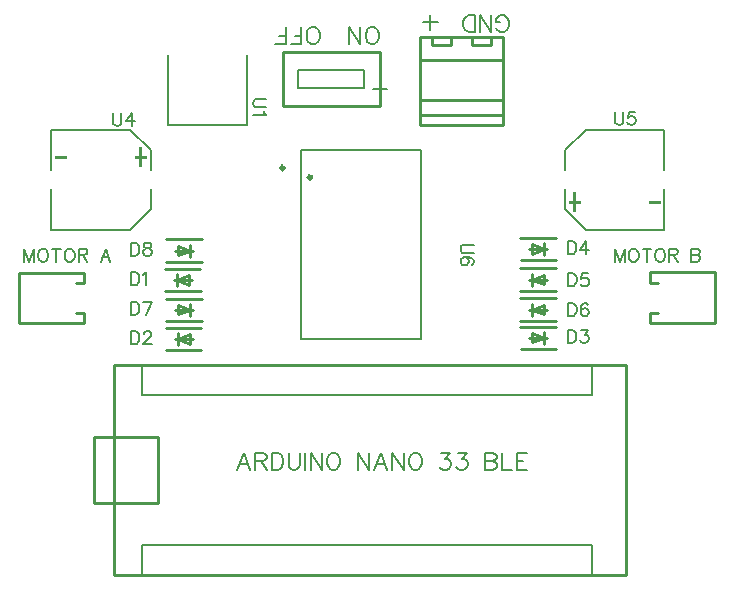
<source format=gto>
G04 Layer: TopSilkscreenLayer*
G04 EasyEDA v6.5.23, 2023-05-07 17:20:53*
G04 06317d6caa1047b3ac86ced241ba49f9,e617cb807303496c873bc539bd577a54,10*
G04 Gerber Generator version 0.2*
G04 Scale: 100 percent, Rotated: No, Reflected: No *
G04 Dimensions in millimeters *
G04 leading zeros omitted , absolute positions ,4 integer and 5 decimal *
%FSLAX45Y45*%
%MOMM*%

%ADD10C,0.2032*%
%ADD11C,0.1524*%
%ADD12C,0.2540*%
%ADD13C,0.2030*%
%ADD14C,0.3000*%
%ADD15C,0.0163*%

%LPD*%
D10*
X3111258Y4380776D02*
G01*
X3111258Y4258094D01*
X3050044Y4319562D02*
G01*
X3172726Y4319562D01*
X4097629Y4832642D02*
G01*
X4104487Y4819180D01*
X4118203Y4805464D01*
X4131919Y4798606D01*
X4159097Y4798606D01*
X4172813Y4805464D01*
X4186275Y4819180D01*
X4193133Y4832642D01*
X4199991Y4853216D01*
X4199991Y4887252D01*
X4193133Y4907826D01*
X4186275Y4921288D01*
X4172813Y4935004D01*
X4159097Y4941862D01*
X4131919Y4941862D01*
X4118203Y4935004D01*
X4104487Y4921288D01*
X4097629Y4907826D01*
X4097629Y4887252D01*
X4131919Y4887252D02*
G01*
X4097629Y4887252D01*
X4052671Y4798606D02*
G01*
X4052671Y4941862D01*
X4052671Y4798606D02*
G01*
X3957167Y4941862D01*
X3957167Y4798606D02*
G01*
X3957167Y4941862D01*
X3912209Y4798606D02*
G01*
X3912209Y4941862D01*
X3912209Y4798606D02*
G01*
X3864457Y4798606D01*
X3844137Y4805464D01*
X3830421Y4819180D01*
X3823563Y4832642D01*
X3816705Y4853216D01*
X3816705Y4887252D01*
X3823563Y4907826D01*
X3830421Y4921288D01*
X3844137Y4935004D01*
X3864457Y4941862D01*
X3912209Y4941862D01*
X1957405Y1236080D02*
G01*
X1902795Y1092824D01*
X1957405Y1236080D02*
G01*
X2011761Y1092824D01*
X1923369Y1140576D02*
G01*
X1991441Y1140576D01*
X2056973Y1236080D02*
G01*
X2056973Y1092824D01*
X2056973Y1236080D02*
G01*
X2118187Y1236080D01*
X2138761Y1229222D01*
X2145619Y1222364D01*
X2152223Y1208902D01*
X2152223Y1195186D01*
X2145619Y1181470D01*
X2138761Y1174612D01*
X2118187Y1167754D01*
X2056973Y1167754D01*
X2104725Y1167754D02*
G01*
X2152223Y1092824D01*
X2197435Y1236080D02*
G01*
X2197435Y1092824D01*
X2197435Y1236080D02*
G01*
X2245187Y1236080D01*
X2265507Y1229222D01*
X2279223Y1215506D01*
X2286081Y1202044D01*
X2292685Y1181470D01*
X2292685Y1147434D01*
X2286081Y1126860D01*
X2279223Y1113398D01*
X2265507Y1099682D01*
X2245187Y1092824D01*
X2197435Y1092824D01*
X2337897Y1236080D02*
G01*
X2337897Y1133718D01*
X2344501Y1113398D01*
X2358217Y1099682D01*
X2378791Y1092824D01*
X2392253Y1092824D01*
X2412827Y1099682D01*
X2426543Y1113398D01*
X2433147Y1133718D01*
X2433147Y1236080D01*
X2478359Y1236080D02*
G01*
X2478359Y1092824D01*
X2523317Y1236080D02*
G01*
X2523317Y1092824D01*
X2523317Y1236080D02*
G01*
X2618821Y1092824D01*
X2618821Y1236080D02*
G01*
X2618821Y1092824D01*
X2704673Y1236080D02*
G01*
X2690957Y1229222D01*
X2677241Y1215506D01*
X2670637Y1202044D01*
X2663779Y1181470D01*
X2663779Y1147434D01*
X2670637Y1126860D01*
X2677241Y1113398D01*
X2690957Y1099682D01*
X2704673Y1092824D01*
X2731851Y1092824D01*
X2745567Y1099682D01*
X2759029Y1113398D01*
X2765887Y1126860D01*
X2772745Y1147434D01*
X2772745Y1181470D01*
X2765887Y1202044D01*
X2759029Y1215506D01*
X2745567Y1229222D01*
X2731851Y1236080D01*
X2704673Y1236080D01*
X2922859Y1236080D02*
G01*
X2922859Y1092824D01*
X2922859Y1236080D02*
G01*
X3018363Y1092824D01*
X3018363Y1236080D02*
G01*
X3018363Y1092824D01*
X3117677Y1236080D02*
G01*
X3063321Y1092824D01*
X3117677Y1236080D02*
G01*
X3172287Y1092824D01*
X3083641Y1140576D02*
G01*
X3151967Y1140576D01*
X3217245Y1236080D02*
G01*
X3217245Y1092824D01*
X3217245Y1236080D02*
G01*
X3312749Y1092824D01*
X3312749Y1236080D02*
G01*
X3312749Y1092824D01*
X3398601Y1236080D02*
G01*
X3385139Y1229222D01*
X3371423Y1215506D01*
X3364565Y1202044D01*
X3357707Y1181470D01*
X3357707Y1147434D01*
X3364565Y1126860D01*
X3371423Y1113398D01*
X3385139Y1099682D01*
X3398601Y1092824D01*
X3426033Y1092824D01*
X3439495Y1099682D01*
X3453211Y1113398D01*
X3460069Y1126860D01*
X3466927Y1147434D01*
X3466927Y1181470D01*
X3460069Y1202044D01*
X3453211Y1215506D01*
X3439495Y1229222D01*
X3426033Y1236080D01*
X3398601Y1236080D01*
X3630503Y1236080D02*
G01*
X3705433Y1236080D01*
X3664539Y1181470D01*
X3685113Y1181470D01*
X3698575Y1174612D01*
X3705433Y1167754D01*
X3712291Y1147434D01*
X3712291Y1133718D01*
X3705433Y1113398D01*
X3691971Y1099682D01*
X3671397Y1092824D01*
X3651077Y1092824D01*
X3630503Y1099682D01*
X3623645Y1106540D01*
X3616787Y1120256D01*
X3770965Y1236080D02*
G01*
X3845895Y1236080D01*
X3805001Y1181470D01*
X3825575Y1181470D01*
X3839037Y1174612D01*
X3845895Y1167754D01*
X3852753Y1147434D01*
X3852753Y1133718D01*
X3845895Y1113398D01*
X3832433Y1099682D01*
X3811859Y1092824D01*
X3791539Y1092824D01*
X3770965Y1099682D01*
X3764107Y1106540D01*
X3757249Y1120256D01*
X4002867Y1236080D02*
G01*
X4002867Y1092824D01*
X4002867Y1236080D02*
G01*
X4064081Y1236080D01*
X4084655Y1229222D01*
X4091513Y1222364D01*
X4098117Y1208902D01*
X4098117Y1195186D01*
X4091513Y1181470D01*
X4084655Y1174612D01*
X4064081Y1167754D01*
X4002867Y1167754D02*
G01*
X4064081Y1167754D01*
X4084655Y1161150D01*
X4091513Y1154292D01*
X4098117Y1140576D01*
X4098117Y1120256D01*
X4091513Y1106540D01*
X4084655Y1099682D01*
X4064081Y1092824D01*
X4002867Y1092824D01*
X4143329Y1236080D02*
G01*
X4143329Y1092824D01*
X4143329Y1092824D02*
G01*
X4225117Y1092824D01*
X4270075Y1236080D02*
G01*
X4270075Y1092824D01*
X4270075Y1236080D02*
G01*
X4358721Y1236080D01*
X4270075Y1167754D02*
G01*
X4324685Y1167754D01*
X4270075Y1092824D02*
G01*
X4358721Y1092824D01*
X2559151Y4698517D02*
G01*
X2572613Y4705375D01*
X2586329Y4719091D01*
X2593187Y4732807D01*
X2600045Y4753127D01*
X2600045Y4787163D01*
X2593187Y4807737D01*
X2586329Y4821453D01*
X2572613Y4834915D01*
X2559151Y4841773D01*
X2531719Y4841773D01*
X2518257Y4834915D01*
X2504541Y4821453D01*
X2497683Y4807737D01*
X2490825Y4787163D01*
X2490825Y4753127D01*
X2497683Y4732807D01*
X2504541Y4719091D01*
X2518257Y4705375D01*
X2531719Y4698517D01*
X2559151Y4698517D01*
X2445867Y4698517D02*
G01*
X2445867Y4841773D01*
X2445867Y4698517D02*
G01*
X2357221Y4698517D01*
X2445867Y4766843D02*
G01*
X2391257Y4766843D01*
X2312263Y4698517D02*
G01*
X2312263Y4841773D01*
X2312263Y4698517D02*
G01*
X2223617Y4698517D01*
X2312263Y4766843D02*
G01*
X2257653Y4766843D01*
X3059150Y4698745D02*
G01*
X3072612Y4705350D01*
X3086328Y4719065D01*
X3093186Y4732781D01*
X3100044Y4753102D01*
X3100044Y4787137D01*
X3093186Y4807712D01*
X3086328Y4821428D01*
X3072612Y4834889D01*
X3059150Y4841747D01*
X3031718Y4841747D01*
X3018256Y4834889D01*
X3004540Y4821428D01*
X2997682Y4807712D01*
X2990824Y4787137D01*
X2990824Y4753102D01*
X2997682Y4732781D01*
X3004540Y4719065D01*
X3018256Y4705350D01*
X3031718Y4698745D01*
X3059150Y4698745D01*
X2945866Y4698745D02*
G01*
X2945866Y4841747D01*
X2945866Y4698745D02*
G01*
X2850362Y4841747D01*
X2850362Y4698745D02*
G01*
X2850362Y4841747D01*
X3538727Y4819065D02*
G01*
X3538727Y4941747D01*
X3599941Y4880533D02*
G01*
X3477259Y4880533D01*
D11*
X2146312Y4233900D02*
G01*
X2068334Y4233900D01*
X2052840Y4228820D01*
X2042426Y4218406D01*
X2037346Y4202658D01*
X2037346Y4192244D01*
X2042426Y4176750D01*
X2052840Y4166336D01*
X2068334Y4161256D01*
X2146312Y4161256D01*
X2125484Y4126966D02*
G01*
X2130818Y4116552D01*
X2146312Y4100804D01*
X2037346Y4100804D01*
X849998Y4115307D02*
G01*
X849998Y4037329D01*
X855078Y4021836D01*
X865492Y4011421D01*
X881240Y4006342D01*
X891654Y4006342D01*
X907148Y4011421D01*
X917562Y4021836D01*
X922642Y4037329D01*
X922642Y4115307D01*
X1009002Y4115307D02*
G01*
X956932Y4042663D01*
X1034910Y4042663D01*
X1009002Y4115307D02*
G01*
X1009002Y4006342D01*
X5099989Y4122508D02*
G01*
X5099989Y4044530D01*
X5105069Y4029036D01*
X5115483Y4018622D01*
X5131231Y4013542D01*
X5141645Y4013542D01*
X5157139Y4018622D01*
X5167553Y4029036D01*
X5172633Y4044530D01*
X5172633Y4122508D01*
X5269407Y4122508D02*
G01*
X5217337Y4122508D01*
X5212257Y4075772D01*
X5217337Y4080852D01*
X5233085Y4086186D01*
X5248579Y4086186D01*
X5264073Y4080852D01*
X5274487Y4070692D01*
X5279821Y4054944D01*
X5279821Y4044530D01*
X5274487Y4029036D01*
X5264073Y4018622D01*
X5248579Y4013542D01*
X5233085Y4013542D01*
X5217337Y4018622D01*
X5212257Y4023702D01*
X5206923Y4034116D01*
X3903510Y2999994D02*
G01*
X3825532Y2999994D01*
X3810038Y2994913D01*
X3799624Y2984500D01*
X3794544Y2968752D01*
X3794544Y2958337D01*
X3799624Y2942844D01*
X3810038Y2932429D01*
X3825532Y2927350D01*
X3903510Y2927350D01*
X3888016Y2830576D02*
G01*
X3898430Y2835910D01*
X3903510Y2851404D01*
X3903510Y2861818D01*
X3898430Y2877312D01*
X3882682Y2887726D01*
X3856774Y2893060D01*
X3830866Y2893060D01*
X3810038Y2887726D01*
X3799624Y2877312D01*
X3794544Y2861818D01*
X3794544Y2856484D01*
X3799624Y2840989D01*
X3810038Y2830576D01*
X3825532Y2825495D01*
X3830866Y2825495D01*
X3846360Y2830576D01*
X3856774Y2840989D01*
X3861854Y2856484D01*
X3861854Y2861818D01*
X3856774Y2877312D01*
X3846360Y2887726D01*
X3830866Y2893060D01*
X99989Y2965546D02*
G01*
X99989Y2856326D01*
X99989Y2965546D02*
G01*
X141645Y2856326D01*
X183301Y2965546D02*
G01*
X141645Y2856326D01*
X183301Y2965546D02*
G01*
X183301Y2856326D01*
X248579Y2965546D02*
G01*
X238419Y2960212D01*
X228005Y2949798D01*
X222671Y2939384D01*
X217591Y2923890D01*
X217591Y2897982D01*
X222671Y2882234D01*
X228005Y2871820D01*
X238419Y2861660D01*
X248579Y2856326D01*
X269407Y2856326D01*
X279821Y2861660D01*
X290235Y2871820D01*
X295569Y2882234D01*
X300649Y2897982D01*
X300649Y2923890D01*
X295569Y2939384D01*
X290235Y2949798D01*
X279821Y2960212D01*
X269407Y2965546D01*
X248579Y2965546D01*
X371261Y2965546D02*
G01*
X371261Y2856326D01*
X334939Y2965546D02*
G01*
X407583Y2965546D01*
X473115Y2965546D02*
G01*
X462701Y2960212D01*
X452287Y2949798D01*
X447207Y2939384D01*
X441873Y2923890D01*
X441873Y2897982D01*
X447207Y2882234D01*
X452287Y2871820D01*
X462701Y2861660D01*
X473115Y2856326D01*
X493943Y2856326D01*
X504357Y2861660D01*
X514771Y2871820D01*
X519851Y2882234D01*
X525185Y2897982D01*
X525185Y2923890D01*
X519851Y2939384D01*
X514771Y2949798D01*
X504357Y2960212D01*
X493943Y2965546D01*
X473115Y2965546D01*
X559475Y2965546D02*
G01*
X559475Y2856326D01*
X559475Y2965546D02*
G01*
X606211Y2965546D01*
X621705Y2960212D01*
X627039Y2955132D01*
X632119Y2944718D01*
X632119Y2934304D01*
X627039Y2923890D01*
X621705Y2918810D01*
X606211Y2913476D01*
X559475Y2913476D01*
X595797Y2913476D02*
G01*
X632119Y2856326D01*
X788075Y2965546D02*
G01*
X746419Y2856326D01*
X788075Y2965546D02*
G01*
X829477Y2856326D01*
X761913Y2892648D02*
G01*
X813983Y2892648D01*
X5099977Y2965577D02*
G01*
X5099977Y2856356D01*
X5099977Y2965577D02*
G01*
X5141633Y2856356D01*
X5183289Y2965577D02*
G01*
X5141633Y2856356D01*
X5183289Y2965577D02*
G01*
X5183289Y2856356D01*
X5248567Y2965577D02*
G01*
X5238153Y2960243D01*
X5227993Y2949829D01*
X5222659Y2939414D01*
X5217579Y2923920D01*
X5217579Y2898012D01*
X5222659Y2882264D01*
X5227993Y2871851D01*
X5238153Y2861437D01*
X5248567Y2856356D01*
X5269395Y2856356D01*
X5279809Y2861437D01*
X5290223Y2871851D01*
X5295303Y2882264D01*
X5300637Y2898012D01*
X5300637Y2923920D01*
X5295303Y2939414D01*
X5290223Y2949829D01*
X5279809Y2960243D01*
X5269395Y2965577D01*
X5248567Y2965577D01*
X5371249Y2965577D02*
G01*
X5371249Y2856356D01*
X5334927Y2965577D02*
G01*
X5407571Y2965577D01*
X5473103Y2965577D02*
G01*
X5462689Y2960243D01*
X5452275Y2949829D01*
X5447195Y2939414D01*
X5441861Y2923920D01*
X5441861Y2898012D01*
X5447195Y2882264D01*
X5452275Y2871851D01*
X5462689Y2861437D01*
X5473103Y2856356D01*
X5493931Y2856356D01*
X5504345Y2861437D01*
X5514759Y2871851D01*
X5519839Y2882264D01*
X5525173Y2898012D01*
X5525173Y2923920D01*
X5519839Y2939414D01*
X5514759Y2949829D01*
X5504345Y2960243D01*
X5493931Y2965577D01*
X5473103Y2965577D01*
X5559463Y2965577D02*
G01*
X5559463Y2856356D01*
X5559463Y2965577D02*
G01*
X5606199Y2965577D01*
X5621693Y2960243D01*
X5626773Y2955162D01*
X5632107Y2944748D01*
X5632107Y2934335D01*
X5626773Y2923920D01*
X5621693Y2918587D01*
X5606199Y2913506D01*
X5559463Y2913506D01*
X5595785Y2913506D02*
G01*
X5632107Y2856356D01*
X5746407Y2965577D02*
G01*
X5746407Y2856356D01*
X5746407Y2965577D02*
G01*
X5793143Y2965577D01*
X5808637Y2960243D01*
X5813971Y2955162D01*
X5819051Y2944748D01*
X5819051Y2934335D01*
X5813971Y2923920D01*
X5808637Y2918587D01*
X5793143Y2913506D01*
X5746407Y2913506D02*
G01*
X5793143Y2913506D01*
X5808637Y2908427D01*
X5813971Y2903093D01*
X5819051Y2892679D01*
X5819051Y2877185D01*
X5813971Y2866770D01*
X5808637Y2861437D01*
X5793143Y2856356D01*
X5746407Y2856356D01*
X999997Y2765305D02*
G01*
X999997Y2656339D01*
X999997Y2765305D02*
G01*
X1036320Y2765305D01*
X1052068Y2760225D01*
X1062228Y2749811D01*
X1067562Y2739397D01*
X1072642Y2723649D01*
X1072642Y2697741D01*
X1067562Y2682247D01*
X1062228Y2671833D01*
X1052068Y2661419D01*
X1036320Y2656339D01*
X999997Y2656339D01*
X1106931Y2744477D02*
G01*
X1117345Y2749811D01*
X1133094Y2765305D01*
X1133094Y2656339D01*
X999997Y2265309D02*
G01*
X999997Y2156343D01*
X999997Y2265309D02*
G01*
X1036320Y2265309D01*
X1052068Y2260229D01*
X1062228Y2249815D01*
X1067562Y2239401D01*
X1072642Y2223653D01*
X1072642Y2197745D01*
X1067562Y2182251D01*
X1062228Y2171837D01*
X1052068Y2161423D01*
X1036320Y2156343D01*
X999997Y2156343D01*
X1112265Y2239401D02*
G01*
X1112265Y2244481D01*
X1117345Y2254895D01*
X1122679Y2260229D01*
X1133094Y2265309D01*
X1153668Y2265309D01*
X1164081Y2260229D01*
X1169415Y2254895D01*
X1174495Y2244481D01*
X1174495Y2234067D01*
X1169415Y2223653D01*
X1159002Y2208159D01*
X1106931Y2156343D01*
X1179829Y2156343D01*
X4699914Y2277579D02*
G01*
X4699914Y2168613D01*
X4699914Y2277579D02*
G01*
X4736236Y2277579D01*
X4751984Y2272499D01*
X4762144Y2262085D01*
X4767478Y2251671D01*
X4772558Y2235923D01*
X4772558Y2210015D01*
X4767478Y2194521D01*
X4762144Y2184107D01*
X4751984Y2173693D01*
X4736236Y2168613D01*
X4699914Y2168613D01*
X4817262Y2277579D02*
G01*
X4874412Y2277579D01*
X4843424Y2235923D01*
X4858918Y2235923D01*
X4869332Y2230843D01*
X4874412Y2225763D01*
X4879746Y2210015D01*
X4879746Y2199601D01*
X4874412Y2184107D01*
X4863998Y2173693D01*
X4848504Y2168613D01*
X4833010Y2168613D01*
X4817262Y2173693D01*
X4812182Y2178773D01*
X4806848Y2189187D01*
X4699914Y3027578D02*
G01*
X4699914Y2918612D01*
X4699914Y3027578D02*
G01*
X4736236Y3027578D01*
X4751984Y3022498D01*
X4762144Y3012084D01*
X4767478Y3001670D01*
X4772558Y2985922D01*
X4772558Y2960014D01*
X4767478Y2944520D01*
X4762144Y2934106D01*
X4751984Y2923692D01*
X4736236Y2918612D01*
X4699914Y2918612D01*
X4858918Y3027578D02*
G01*
X4806848Y2954934D01*
X4884826Y2954934D01*
X4858918Y3027578D02*
G01*
X4858918Y2918612D01*
X4703991Y2755811D02*
G01*
X4703991Y2646845D01*
X4703991Y2755811D02*
G01*
X4740313Y2755811D01*
X4756061Y2750731D01*
X4766221Y2740317D01*
X4771555Y2729903D01*
X4776635Y2714155D01*
X4776635Y2688247D01*
X4771555Y2672753D01*
X4766221Y2662339D01*
X4756061Y2651925D01*
X4740313Y2646845D01*
X4703991Y2646845D01*
X4873409Y2755811D02*
G01*
X4821339Y2755811D01*
X4816259Y2709075D01*
X4821339Y2714155D01*
X4837087Y2719489D01*
X4852581Y2719489D01*
X4868075Y2714155D01*
X4878489Y2703995D01*
X4883823Y2688247D01*
X4883823Y2677833D01*
X4878489Y2662339D01*
X4868075Y2651925D01*
X4852581Y2646845D01*
X4837087Y2646845D01*
X4821339Y2651925D01*
X4816259Y2657005D01*
X4810925Y2667419D01*
X4703975Y2501811D02*
G01*
X4703975Y2392845D01*
X4703975Y2501811D02*
G01*
X4740297Y2501811D01*
X4756045Y2496731D01*
X4766205Y2486317D01*
X4771539Y2475903D01*
X4776619Y2460155D01*
X4776619Y2434247D01*
X4771539Y2418753D01*
X4766205Y2408339D01*
X4756045Y2397925D01*
X4740297Y2392845D01*
X4703975Y2392845D01*
X4873393Y2486317D02*
G01*
X4868059Y2496731D01*
X4852565Y2501811D01*
X4842151Y2501811D01*
X4826657Y2496731D01*
X4816243Y2480983D01*
X4810909Y2455075D01*
X4810909Y2429167D01*
X4816243Y2408339D01*
X4826657Y2397925D01*
X4842151Y2392845D01*
X4847485Y2392845D01*
X4862979Y2397925D01*
X4873393Y2408339D01*
X4878473Y2423833D01*
X4878473Y2429167D01*
X4873393Y2444661D01*
X4862979Y2455075D01*
X4847485Y2460155D01*
X4842151Y2460155D01*
X4826657Y2455075D01*
X4816243Y2444661D01*
X4810909Y2429167D01*
X1000008Y2515308D02*
G01*
X1000008Y2406342D01*
X1000008Y2515308D02*
G01*
X1036330Y2515308D01*
X1052078Y2510228D01*
X1062238Y2499814D01*
X1067572Y2489400D01*
X1072652Y2473652D01*
X1072652Y2447744D01*
X1067572Y2432250D01*
X1062238Y2421836D01*
X1052078Y2411422D01*
X1036330Y2406342D01*
X1000008Y2406342D01*
X1179840Y2515308D02*
G01*
X1127770Y2406342D01*
X1106942Y2515308D02*
G01*
X1179840Y2515308D01*
X999997Y3015305D02*
G01*
X999997Y2906339D01*
X999997Y3015305D02*
G01*
X1036320Y3015305D01*
X1052068Y3010225D01*
X1062228Y2999811D01*
X1067562Y2989397D01*
X1072642Y2973649D01*
X1072642Y2947741D01*
X1067562Y2932247D01*
X1062228Y2921833D01*
X1052068Y2911419D01*
X1036320Y2906339D01*
X999997Y2906339D01*
X1133094Y3015305D02*
G01*
X1117345Y3010225D01*
X1112265Y2999811D01*
X1112265Y2989397D01*
X1117345Y2978983D01*
X1127760Y2973649D01*
X1148587Y2968569D01*
X1164081Y2963489D01*
X1174495Y2953075D01*
X1179829Y2942661D01*
X1179829Y2926913D01*
X1174495Y2916499D01*
X1169415Y2911419D01*
X1153668Y2906339D01*
X1133094Y2906339D01*
X1117345Y2911419D01*
X1112265Y2916499D01*
X1106931Y2926913D01*
X1106931Y2942661D01*
X1112265Y2953075D01*
X1122679Y2963489D01*
X1138173Y2968569D01*
X1159002Y2973649D01*
X1169415Y2978983D01*
X1174495Y2989397D01*
X1174495Y2999811D01*
X1169415Y3010225D01*
X1153668Y3015305D01*
X1133094Y3015305D01*
G36*
X362407Y3753358D02*
G01*
X362407Y3728465D01*
X461975Y3728465D01*
X461975Y3753358D01*
G37*
G36*
X1037996Y3753358D02*
G01*
X1037996Y3728465D01*
X1137615Y3728465D01*
X1137615Y3753358D01*
G37*
G36*
X1075334Y3823919D02*
G01*
X1075334Y3657904D01*
X1100226Y3657904D01*
X1100226Y3823919D01*
G37*
G36*
X5388000Y3371545D02*
G01*
X5388000Y3346653D01*
X5487568Y3346653D01*
X5487568Y3371545D01*
G37*
G36*
X4712411Y3371545D02*
G01*
X4712411Y3346653D01*
X4811979Y3346653D01*
X4811979Y3371545D01*
G37*
G36*
X4749749Y3442106D02*
G01*
X4749749Y3276092D01*
X4774641Y3276092D01*
X4774641Y3442106D01*
G37*
X1315377Y4608471D02*
G01*
X1315377Y4011729D01*
X1984616Y4608471D02*
G01*
X1984616Y4011729D01*
X1315377Y4011729D02*
G01*
X1984616Y4011729D01*
D10*
X2421356Y4476191D02*
G01*
X2421356Y4323791D01*
X2522956Y4323791D01*
X2878556Y4323791D01*
X2980156Y4323791D01*
X2980156Y4476191D01*
X2878556Y4476191D01*
X2522956Y4476191D01*
X2421356Y4476191D01*
D12*
X2699994Y4628591D02*
G01*
X2293594Y4628591D01*
X2699994Y4171391D02*
G01*
X2293594Y4171391D01*
X2290038Y4171391D02*
G01*
X2290038Y4628591D01*
X2699994Y4171391D02*
G01*
X3106394Y4171391D01*
X2699994Y4628591D02*
G01*
X3106394Y4628591D01*
X3109950Y4171391D02*
G01*
X3109950Y4628591D01*
D11*
X329874Y3628232D02*
G01*
X329874Y3972615D01*
X996495Y3972615D01*
X1170122Y3798989D01*
X1170122Y3628232D01*
X329874Y3471753D02*
G01*
X329874Y3127369D01*
X996495Y3127369D01*
X1170122Y3300996D01*
X1170122Y3471753D01*
X5520113Y3471753D02*
G01*
X5520113Y3127369D01*
X4853492Y3127369D01*
X4679866Y3300996D01*
X4679866Y3471753D01*
X5520113Y3628232D02*
G01*
X5520113Y3972615D01*
X4853492Y3972615D01*
X4679866Y3798989D01*
X4679866Y3628232D01*
X2442855Y3802613D02*
G01*
X3457133Y3802613D01*
X3457133Y2197374D01*
X2442855Y2197374D01*
X2442855Y3802613D01*
D12*
X4149991Y4009994D02*
G01*
X4149991Y4759993D01*
X3449993Y4009994D02*
G01*
X3449993Y4759993D01*
X3449993Y4009994D02*
G01*
X4149991Y4009994D01*
X3449993Y4759993D02*
G01*
X4149991Y4759993D01*
X3548385Y4759993D02*
G01*
X3548385Y4692091D01*
X3711092Y4692091D01*
X3711092Y4759993D01*
X3888933Y4759993D02*
G01*
X3888933Y4692091D01*
X4053992Y4692091D01*
X4053992Y4759993D01*
X3449993Y4565147D02*
G01*
X4149991Y4565147D01*
X3449993Y4225874D02*
G01*
X4149991Y4225874D01*
X3449993Y4095191D02*
G01*
X4149991Y4095191D01*
X55498Y2334094D02*
G01*
X55498Y2762496D01*
X601598Y2334094D02*
G01*
X55498Y2334094D01*
X601598Y2334094D02*
G01*
X601598Y2421592D01*
X534304Y2421592D01*
X605000Y2762496D02*
G01*
X605000Y2674995D01*
X537697Y2674995D01*
X605000Y2762496D02*
G01*
X55001Y2762496D01*
X5944488Y2765894D02*
G01*
X5944488Y2337493D01*
X5398388Y2765894D02*
G01*
X5944488Y2765894D01*
X5398388Y2765894D02*
G01*
X5398388Y2678396D01*
X5465683Y2678396D01*
X5394987Y2337493D02*
G01*
X5394987Y2424993D01*
X5462290Y2424993D01*
X5394987Y2337493D02*
G01*
X5944986Y2337493D01*
D10*
X1094994Y1722996D02*
G01*
X1094994Y1722996D01*
X1094994Y1976996D01*
X4904993Y1976996D01*
X4904993Y1722996D01*
X4714493Y1722996D01*
D13*
X1094994Y1722996D02*
G01*
X4714493Y1722996D01*
D10*
X1094994Y198998D02*
G01*
X1094994Y198998D01*
X1094994Y452998D01*
X4904993Y452998D01*
X4904993Y198998D01*
X4714493Y198998D01*
D13*
X1094994Y198998D02*
G01*
X4714493Y198998D01*
D12*
X1291490Y2793944D02*
G01*
X1591490Y2793944D01*
X1292826Y2605976D02*
G01*
X1592826Y2605976D01*
X1367294Y2699291D02*
G01*
X1519694Y2699291D01*
X1392694Y2750091D02*
G01*
X1392694Y2648491D01*
X1494294Y2658651D02*
G01*
X1392694Y2699291D01*
X1494294Y2739931D02*
G01*
X1494294Y2658651D01*
X1392694Y2699291D02*
G01*
X1494294Y2739931D01*
X1297993Y2294648D02*
G01*
X1597992Y2294648D01*
X1299329Y2106681D02*
G01*
X1599328Y2106681D01*
X1373797Y2199995D02*
G01*
X1526197Y2199995D01*
X1399197Y2250795D02*
G01*
X1399197Y2149195D01*
X1500797Y2159355D02*
G01*
X1399197Y2199995D01*
X1500797Y2240635D02*
G01*
X1500797Y2159355D01*
X1399197Y2199995D02*
G01*
X1500797Y2240635D01*
X4601918Y2117615D02*
G01*
X4301919Y2117615D01*
X4600582Y2305583D02*
G01*
X4300583Y2305583D01*
X4526114Y2212268D02*
G01*
X4373714Y2212268D01*
X4500714Y2161468D02*
G01*
X4500714Y2263068D01*
X4399114Y2252908D02*
G01*
X4500714Y2212268D01*
X4399114Y2171628D02*
G01*
X4399114Y2252908D01*
X4500714Y2212268D02*
G01*
X4399114Y2171628D01*
X4601918Y2867614D02*
G01*
X4301919Y2867614D01*
X4600582Y3055581D02*
G01*
X4300583Y3055581D01*
X4526114Y2962267D02*
G01*
X4373714Y2962267D01*
X4500714Y2911467D02*
G01*
X4500714Y3013067D01*
X4399114Y3002907D02*
G01*
X4500714Y2962267D01*
X4399114Y2921627D02*
G01*
X4399114Y3002907D01*
X4500714Y2962267D02*
G01*
X4399114Y2921627D01*
X4297987Y2798648D02*
G01*
X4597986Y2798648D01*
X4299323Y2610680D02*
G01*
X4599322Y2610680D01*
X4373791Y2703995D02*
G01*
X4526191Y2703995D01*
X4399191Y2754795D02*
G01*
X4399191Y2653195D01*
X4500791Y2663355D02*
G01*
X4399191Y2703995D01*
X4500791Y2744635D02*
G01*
X4500791Y2663355D01*
X4399191Y2703995D02*
G01*
X4500791Y2744635D01*
X4297987Y2544648D02*
G01*
X4597986Y2544648D01*
X4299323Y2356680D02*
G01*
X4599322Y2356680D01*
X4373791Y2449995D02*
G01*
X4526191Y2449995D01*
X4399191Y2500795D02*
G01*
X4399191Y2399195D01*
X4500791Y2409355D02*
G01*
X4399191Y2449995D01*
X4500791Y2490635D02*
G01*
X4500791Y2409355D01*
X4399191Y2449995D02*
G01*
X4500791Y2490635D01*
X1602000Y2355342D02*
G01*
X1302001Y2355342D01*
X1600664Y2543309D02*
G01*
X1300665Y2543309D01*
X1526197Y2449995D02*
G01*
X1373797Y2449995D01*
X1500797Y2399195D02*
G01*
X1500797Y2500795D01*
X1399197Y2490635D02*
G01*
X1500797Y2449995D01*
X1399197Y2409355D02*
G01*
X1399197Y2490635D01*
X1500797Y2449995D02*
G01*
X1399197Y2409355D01*
X1602000Y2855340D02*
G01*
X1302001Y2855340D01*
X1600664Y3043308D02*
G01*
X1300665Y3043308D01*
X1526197Y2949994D02*
G01*
X1373797Y2949994D01*
X1500797Y2899194D02*
G01*
X1500797Y3000794D01*
X1399197Y2990634D02*
G01*
X1500797Y2949994D01*
X1399197Y2909354D02*
G01*
X1399197Y2990634D01*
X1500797Y2949994D02*
G01*
X1399197Y2909354D01*
D14*
G75*
G01
X2533117Y3571494D02*
G03X2533117Y3571494I-15011J0D01*
G75*
G01
X2300249Y3649294D02*
G03X2300249Y3649294I-15011J0D01*
D12*
X860044Y1977009D02*
G01*
X5190744Y1977009D01*
X5190744Y199009D01*
X860044Y199009D01*
X860044Y1977009D01*
X688594Y1367409D02*
G01*
X1234694Y1367409D01*
X1234694Y808609D01*
X688594Y808609D01*
X688594Y1367409D01*
M02*

</source>
